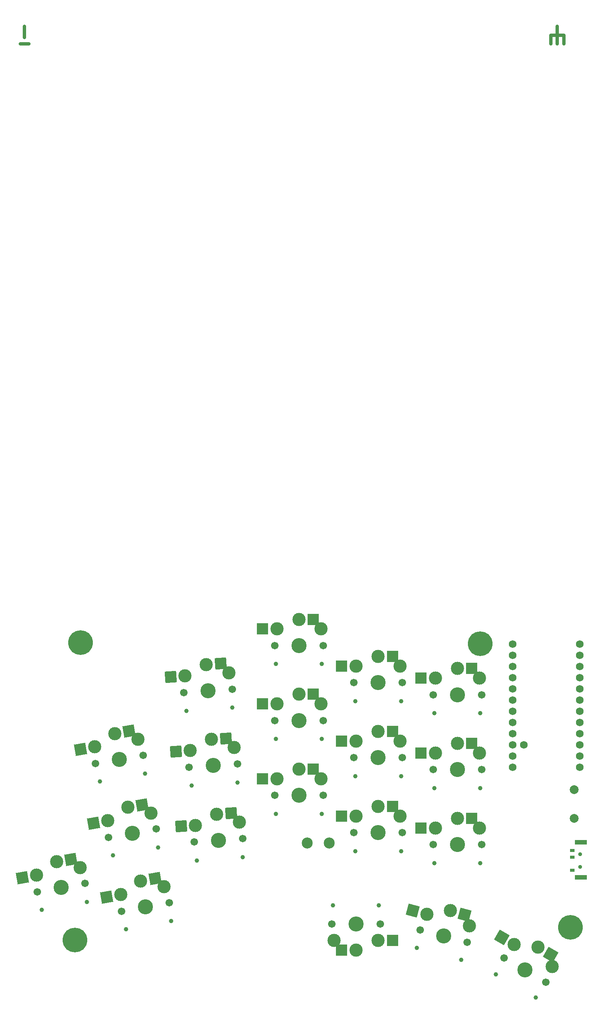
<source format=gts>
G04 #@! TF.GenerationSoftware,KiCad,Pcbnew,8.0.4*
G04 #@! TF.CreationDate,2024-08-09T12:35:52+02:00*
G04 #@! TF.ProjectId,totem_0_3,746f7465-6d5f-4305-9f33-2e6b69636164,0.3*
G04 #@! TF.SameCoordinates,Original*
G04 #@! TF.FileFunction,Soldermask,Top*
G04 #@! TF.FilePolarity,Negative*
%FSLAX46Y46*%
G04 Gerber Fmt 4.6, Leading zero omitted, Abs format (unit mm)*
G04 Created by KiCad (PCBNEW 8.0.4) date 2024-08-09 12:35:52*
%MOMM*%
%LPD*%
G01*
G04 APERTURE LIST*
G04 Aperture macros list*
%AMRotRect*
0 Rectangle, with rotation*
0 The origin of the aperture is its center*
0 $1 length*
0 $2 width*
0 $3 Rotation angle, in degrees counterclockwise*
0 Add horizontal line*
21,1,$1,$2,0,0,$3*%
G04 Aperture macros list end*
%ADD10C,0.750000*%
%ADD11C,2.000000*%
%ADD12C,0.900000*%
%ADD13R,1.000000X0.700000*%
%ADD14R,2.800000X1.000000*%
%ADD15C,1.752600*%
%ADD16C,1.701800*%
%ADD17RotRect,2.600000X2.600000X150.000000*%
%ADD18C,3.000000*%
%ADD19C,3.429000*%
%ADD20C,0.990600*%
%ADD21RotRect,2.600000X2.600000X165.000000*%
%ADD22R,2.600000X2.600000*%
%ADD23RotRect,2.600000X2.600000X190.000000*%
%ADD24RotRect,2.600000X2.600000X184.000000*%
%ADD25C,5.600000*%
%ADD26C,2.500000*%
G04 APERTURE END LIST*
D10*
X89500000Y-99000000D02*
X89500000Y-101500000D01*
X88500000Y-103000000D02*
X90500000Y-103000000D01*
X210500000Y-99000000D02*
X210500000Y-103000000D01*
X212000000Y-101000000D02*
X212000000Y-103000000D01*
X209000000Y-101000000D02*
X209000000Y-103000000D01*
X209000000Y-101000000D02*
X212000000Y-101000000D01*
D11*
X214398000Y-272239600D03*
X214398000Y-278739600D03*
D12*
X215740800Y-286837600D03*
X215740600Y-289776000D03*
X215740800Y-289776400D03*
X215740600Y-286838000D03*
D13*
X213940800Y-290526400D03*
X213940800Y-287526400D03*
X213940800Y-286026400D03*
D14*
X215840800Y-292126400D03*
X215840800Y-284176400D03*
D15*
X202960628Y-262068942D03*
X215660628Y-239208942D03*
X215660628Y-241748941D03*
X215660628Y-244288942D03*
X215660628Y-246828942D03*
X215660628Y-249368942D03*
X215660628Y-251908942D03*
X215660628Y-254448942D03*
X215660630Y-256988942D03*
X215660628Y-259528942D03*
X215660628Y-262068942D03*
X215660628Y-264608942D03*
X215660628Y-267148942D03*
X200420628Y-267148942D03*
X200420628Y-264608943D03*
X200420628Y-262068942D03*
X200420628Y-259528942D03*
X200420628Y-256988942D03*
X200420628Y-254448942D03*
X200420628Y-251908942D03*
X200420626Y-249368942D03*
X200420628Y-246828942D03*
X200420628Y-244288942D03*
X200420628Y-241748942D03*
X200420628Y-239208942D03*
D16*
X207947658Y-315870243D03*
X198421378Y-310370243D03*
D17*
X208995751Y-309604892D03*
D18*
X200729391Y-307372648D03*
D19*
X203184518Y-313120243D03*
D18*
X206159518Y-307967392D03*
D17*
X197893158Y-305735148D03*
D18*
X209389645Y-312372648D03*
D20*
X205605171Y-319367550D03*
X196563865Y-314147550D03*
D16*
X190047110Y-306868748D03*
X179421926Y-304021738D03*
D21*
X189437898Y-300545617D03*
D18*
X180875460Y-300528927D03*
D19*
X184734518Y-305445243D03*
D18*
X186274491Y-299697984D03*
D21*
X177712053Y-299681294D03*
D18*
X190534719Y-303117116D03*
D20*
X188689611Y-310853167D03*
X178605344Y-308151096D03*
D16*
X159310118Y-302670241D03*
X170310118Y-302670241D03*
D22*
X161535118Y-308620241D03*
D18*
X169810118Y-306420241D03*
D19*
X164810118Y-302670241D03*
D18*
X164810118Y-308620241D03*
D22*
X173085118Y-306420241D03*
D18*
X159810118Y-306420241D03*
D20*
X159590118Y-298470241D03*
X170030118Y-298470241D03*
D16*
X103275962Y-293490178D03*
X92443076Y-295400308D03*
D23*
X100051558Y-288016939D03*
D18*
X92284300Y-291620455D03*
D19*
X97859519Y-294445243D03*
D18*
X96826312Y-288585637D03*
D23*
X89059054Y-292189153D03*
D18*
X102132377Y-289883973D03*
D20*
X103729538Y-297674992D03*
X93448145Y-299487879D03*
D16*
X193336160Y-284680884D03*
X182336160Y-284680884D03*
D22*
X191111160Y-278730884D03*
D18*
X182836160Y-280930884D03*
D19*
X187836160Y-284680884D03*
D18*
X187836160Y-278730884D03*
D22*
X179561160Y-280930884D03*
D18*
X192836160Y-280930884D03*
D20*
X193056160Y-288880884D03*
X182616160Y-288880884D03*
D16*
X175336195Y-281960782D03*
X164336195Y-281960782D03*
D22*
X173111195Y-276010782D03*
D18*
X164836195Y-278210782D03*
D19*
X169836195Y-281960782D03*
D18*
X169836195Y-276010782D03*
D22*
X161561195Y-278210782D03*
D18*
X174836195Y-278210782D03*
D20*
X175056195Y-286160782D03*
X164616195Y-286160782D03*
D16*
X157336182Y-273524301D03*
X146336182Y-273524301D03*
D22*
X155111182Y-267574301D03*
D18*
X146836182Y-269774301D03*
D19*
X151836182Y-273524301D03*
D18*
X151836182Y-267574301D03*
D22*
X143561182Y-269774301D03*
D18*
X156836182Y-269774301D03*
D20*
X157056182Y-277724301D03*
X146616182Y-277724301D03*
X128695212Y-288274139D03*
X139109781Y-287545881D03*
D18*
X138335752Y-279630593D03*
D24*
X125093090Y-280556611D03*
D18*
X133194468Y-277784735D03*
D19*
X133609519Y-283720241D03*
D18*
X128360112Y-280328158D03*
D24*
X136461490Y-277556282D03*
D16*
X128122917Y-284103902D03*
X139096121Y-283336580D03*
X122378020Y-297882129D03*
X111545134Y-299792259D03*
D23*
X119153616Y-292408890D03*
D18*
X111386358Y-296012406D03*
D19*
X116961577Y-298837194D03*
D18*
X115928370Y-292977588D03*
D23*
X108161112Y-296581104D03*
D18*
X121234435Y-294275924D03*
D20*
X122831596Y-302066943D03*
X112550203Y-303879830D03*
D16*
X193336159Y-267680664D03*
X182336159Y-267680664D03*
D22*
X191111159Y-261730664D03*
D18*
X182836159Y-263930664D03*
D19*
X187836159Y-267680664D03*
D18*
X187836159Y-261730664D03*
D22*
X179561159Y-263930664D03*
D18*
X192836159Y-263930664D03*
D20*
X193056159Y-271880664D03*
X182616159Y-271880664D03*
D16*
X175336195Y-264960562D03*
X164336195Y-264960562D03*
D22*
X173111195Y-259010562D03*
D18*
X164836195Y-261210562D03*
D19*
X169836195Y-264960562D03*
D18*
X169836195Y-259010562D03*
D22*
X161561195Y-261210562D03*
D18*
X174836195Y-261210562D03*
D20*
X175056195Y-269160562D03*
X164616195Y-269160562D03*
D16*
X157336183Y-256524083D03*
X146336183Y-256524083D03*
D22*
X155111183Y-250574083D03*
D18*
X146836183Y-252774083D03*
D19*
X151836183Y-256524083D03*
D18*
X151836183Y-250574083D03*
D22*
X143561183Y-252774083D03*
D18*
X156836183Y-252774083D03*
D20*
X157056183Y-260724083D03*
X146616183Y-260724083D03*
X127509337Y-271315332D03*
X137923906Y-270587074D03*
D18*
X137149877Y-262671786D03*
D24*
X123907215Y-263597804D03*
D18*
X132008593Y-260825928D03*
D19*
X132423644Y-266761434D03*
D18*
X127174237Y-263369351D03*
D24*
X135275615Y-260597475D03*
D16*
X126937042Y-267145095D03*
X137910246Y-266377773D03*
X119425962Y-281140176D03*
X108593076Y-283050306D03*
D23*
X116201558Y-275666937D03*
D18*
X108434300Y-279270453D03*
D19*
X114009519Y-282095241D03*
D18*
X112976312Y-276235635D03*
D23*
X105209054Y-279839151D03*
D18*
X118282377Y-277533971D03*
D20*
X119879538Y-285324990D03*
X109598145Y-287137877D03*
D16*
X193336159Y-250680444D03*
X182336159Y-250680444D03*
D22*
X191111159Y-244730444D03*
D18*
X182836159Y-246930444D03*
D19*
X187836159Y-250680444D03*
D18*
X187836159Y-244730444D03*
D22*
X179561159Y-246930444D03*
D18*
X192836159Y-246930444D03*
D20*
X193056159Y-254880444D03*
X182616159Y-254880444D03*
D16*
X175336195Y-247960342D03*
X164336195Y-247960342D03*
D22*
X173111195Y-242010342D03*
D18*
X164836195Y-244210342D03*
D19*
X169836195Y-247960342D03*
D18*
X169836195Y-242010342D03*
D22*
X161561195Y-244210342D03*
D18*
X174836195Y-244210342D03*
D20*
X175056195Y-252160342D03*
X164616195Y-252160342D03*
D16*
X157336184Y-239523862D03*
X146336184Y-239523862D03*
D22*
X155111184Y-233573862D03*
D18*
X146836184Y-235773862D03*
D19*
X151836184Y-239523862D03*
D18*
X151836184Y-233573862D03*
D22*
X143561184Y-235773862D03*
D18*
X156836184Y-235773862D03*
D20*
X157056184Y-243723862D03*
X146616184Y-243723862D03*
X126323461Y-254356524D03*
X136738030Y-253628266D03*
D18*
X135964001Y-245712978D03*
D24*
X122721339Y-246638996D03*
D18*
X130822717Y-243867120D03*
D19*
X131237768Y-249802626D03*
D18*
X125988361Y-246410543D03*
D24*
X134089739Y-243638667D03*
D16*
X125751166Y-250186287D03*
X136724370Y-249418965D03*
X116473906Y-264398231D03*
X105641020Y-266308361D03*
D23*
X113249502Y-258924992D03*
D18*
X105482244Y-262528508D03*
D19*
X111057463Y-265353296D03*
D18*
X110024256Y-259493690D03*
D23*
X102256998Y-263097206D03*
D18*
X115330321Y-260792026D03*
D20*
X116927482Y-268583045D03*
X106646089Y-270395932D03*
D25*
X213509000Y-303455000D03*
D26*
X158706954Y-284355895D03*
D25*
X101006955Y-306370243D03*
X102290183Y-238884301D03*
D26*
X153706954Y-284355893D03*
D25*
X193054628Y-239081942D03*
M02*

</source>
